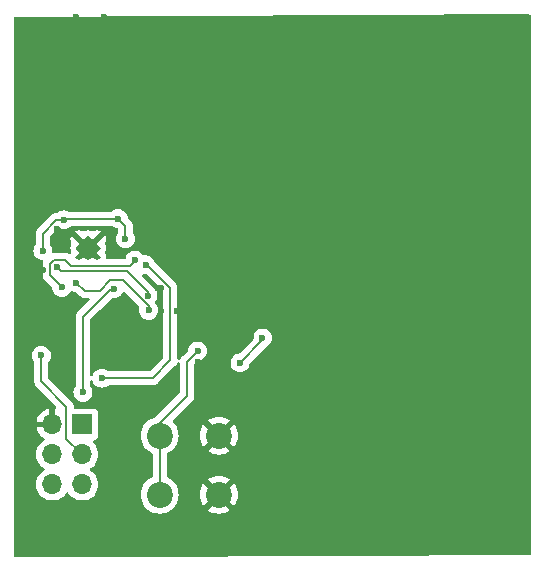
<source format=gbr>
%TF.GenerationSoftware,KiCad,Pcbnew,8.0.4*%
%TF.CreationDate,2024-10-14T16:37:58-05:00*%
%TF.ProjectId,Fob_Design_Files,466f625f-4465-4736-9967-6e5f46696c65,rev?*%
%TF.SameCoordinates,Original*%
%TF.FileFunction,Copper,L2,Bot*%
%TF.FilePolarity,Positive*%
%FSLAX46Y46*%
G04 Gerber Fmt 4.6, Leading zero omitted, Abs format (unit mm)*
G04 Created by KiCad (PCBNEW 8.0.4) date 2024-10-14 16:37:58*
%MOMM*%
%LPD*%
G01*
G04 APERTURE LIST*
%TA.AperFunction,ComponentPad*%
%ADD10C,2.200000*%
%TD*%
%TA.AperFunction,ComponentPad*%
%ADD11C,0.508000*%
%TD*%
%TA.AperFunction,ComponentPad*%
%ADD12R,1.700000X1.700000*%
%TD*%
%TA.AperFunction,ComponentPad*%
%ADD13O,1.700000X1.700000*%
%TD*%
%TA.AperFunction,ViaPad*%
%ADD14C,0.600000*%
%TD*%
%TA.AperFunction,Conductor*%
%ADD15C,0.200000*%
%TD*%
G04 APERTURE END LIST*
D10*
%TO.P,S1,1,COM_1*%
%TO.N,GND*%
X106299000Y-88058000D03*
%TO.P,S1,2,COM_2*%
X106299000Y-83058000D03*
%TO.P,S1,3,NO_1*%
%TO.N,Button*%
X101299000Y-88058000D03*
%TO.P,S1,4,NO_2*%
X101299000Y-83058000D03*
%TD*%
D11*
%TO.P,U2,21,EPAD*%
%TO.N,GND*%
X94456250Y-67978401D03*
X95243650Y-67941001D03*
X95993650Y-67941001D03*
X94493650Y-67191001D03*
X95243650Y-67191001D03*
X95993650Y-67191001D03*
X94493650Y-66441001D03*
X95243650Y-66441001D03*
X95993650Y-66441001D03*
%TD*%
D12*
%TO.P,J1,1,Pin_1*%
%TO.N,VDD*%
X94740000Y-82120000D03*
D13*
%TO.P,J1,2,Pin_2*%
%TO.N,GND*%
X92200000Y-82120000D03*
%TO.P,J1,3,Pin_3*%
%TO.N,SWDIO*%
X94740000Y-84660000D03*
%TO.P,J1,4,Pin_4*%
%TO.N,USART_RX*%
X92200000Y-84660000D03*
%TO.P,J1,5,Pin_5*%
%TO.N,SWCLK*%
X94740000Y-87200000D03*
%TO.P,J1,6,Pin_6*%
%TO.N,USART_TX*%
X92200000Y-87200000D03*
%TD*%
D14*
%TO.N,USART_RX*%
X97400000Y-70624265D03*
X94800000Y-79400000D03*
%TO.N,SWDIO*%
X91275735Y-76275735D03*
%TO.N,VDD*%
X93200000Y-64800000D03*
%TO.N,GND*%
X93500000Y-60500000D03*
X94200000Y-56900000D03*
X96600000Y-55300000D03*
X104500000Y-76800000D03*
X101400000Y-70600000D03*
X121920000Y-60325000D03*
X123200000Y-61100000D03*
X105600000Y-68000000D03*
X91400000Y-69000000D03*
X110400000Y-69100000D03*
X121900000Y-61100000D03*
X100400000Y-62400000D03*
X91700000Y-63400000D03*
X100800000Y-63600000D03*
X100900000Y-66000000D03*
X103200000Y-76100000D03*
X94200000Y-47600000D03*
X120700000Y-59500000D03*
X109000000Y-74700000D03*
X121900000Y-59500000D03*
X94200000Y-49600000D03*
X94200000Y-52500000D03*
X103400000Y-62400000D03*
X101400000Y-72500000D03*
X123200000Y-60300000D03*
X120700000Y-61100000D03*
X102800000Y-72500000D03*
X94200000Y-59000000D03*
X97400000Y-62400000D03*
X105800000Y-72600000D03*
X97400000Y-60800000D03*
X105600000Y-69800000D03*
X98900000Y-62400000D03*
X94200000Y-54400000D03*
X92600000Y-65600000D03*
X96600000Y-53400000D03*
X123200000Y-59500000D03*
X105300000Y-64100000D03*
X96600000Y-51500000D03*
X100000000Y-74500000D03*
X93900000Y-51000000D03*
X93900000Y-55600000D03*
X110800000Y-78400000D03*
X105000000Y-62400000D03*
X96600000Y-59200000D03*
X96600000Y-47600000D03*
X102598000Y-63627000D03*
X96600000Y-57300000D03*
X96600000Y-49600000D03*
X93100000Y-63600000D03*
X93500000Y-62300000D03*
X101900000Y-62400000D03*
X120700000Y-60300000D03*
%TO.N,VDD*%
X98400000Y-66400000D03*
X97792385Y-64692385D03*
X91400000Y-67400000D03*
%TO.N,Net-(U1-OUT)*%
X110000000Y-74800000D03*
X108100000Y-76900000D03*
%TO.N,SPI_MOSI*%
X100300000Y-71200000D03*
X92600000Y-68800000D03*
%TO.N,GDO0*%
X100100000Y-68600000D03*
X96400000Y-78200000D03*
%TO.N,SPI_NSS*%
X93000000Y-70500000D03*
X99200000Y-68200000D03*
%TO.N,SPI_SCLK*%
X94243649Y-70100000D03*
X100348902Y-72448902D03*
%TO.N,Button*%
X104500000Y-75900000D03*
%TD*%
D15*
%TO.N,USART_RX*%
X94800000Y-73000000D02*
X94800000Y-79400000D01*
X97400000Y-70624265D02*
X97175735Y-70624265D01*
X97175735Y-70624265D02*
X94800000Y-73000000D01*
%TO.N,GDO0*%
X102200000Y-70551471D02*
X100248529Y-68600000D01*
X102200000Y-76700000D02*
X102200000Y-70551471D01*
X100248529Y-68600000D02*
X100100000Y-68600000D01*
X100700000Y-78200000D02*
X102200000Y-76700000D01*
X96400000Y-78200000D02*
X100700000Y-78200000D01*
%TO.N,SWDIO*%
X93400000Y-83320000D02*
X94740000Y-84660000D01*
X93400000Y-80600000D02*
X93400000Y-83320000D01*
X91275735Y-76275735D02*
X91275735Y-78475735D01*
X91275735Y-78475735D02*
X93400000Y-80600000D01*
%TO.N,VDD*%
X98400000Y-65300000D02*
X97792385Y-64692385D01*
X98400000Y-66400000D02*
X98400000Y-65300000D01*
X93307615Y-64692385D02*
X93200000Y-64800000D01*
X97792385Y-64692385D02*
X93307615Y-64692385D01*
X92551471Y-64800000D02*
X91400000Y-65951471D01*
X91400000Y-65951471D02*
X91400000Y-67400000D01*
X93200000Y-64800000D02*
X92551471Y-64800000D01*
%TO.N,Net-(U1-OUT)*%
X108100000Y-76900000D02*
X110000000Y-75000000D01*
X110000000Y-75000000D02*
X110000000Y-74800000D01*
%TO.N,SPI_MOSI*%
X92900000Y-69100000D02*
X92600000Y-68800000D01*
X100300000Y-70900000D02*
X98500000Y-69100000D01*
X100300000Y-71200000D02*
X100300000Y-70900000D01*
X98500000Y-69100000D02*
X92900000Y-69100000D01*
%TO.N,SPI_NSS*%
X92000000Y-68551471D02*
X92000000Y-69500000D01*
X98800000Y-68700000D02*
X93800000Y-68700000D01*
X93300000Y-68200000D02*
X92351471Y-68200000D01*
X92000000Y-69500000D02*
X93000000Y-70500000D01*
X99200000Y-68200000D02*
X99200000Y-68300000D01*
X92351471Y-68200000D02*
X92000000Y-68551471D01*
X93800000Y-68700000D02*
X93300000Y-68200000D01*
X99200000Y-68300000D02*
X98800000Y-68700000D01*
%TO.N,SPI_SCLK*%
X94243649Y-70100000D02*
X94943649Y-70800000D01*
X98151471Y-69900000D02*
X100348902Y-72097431D01*
X97100000Y-69900000D02*
X98151471Y-69900000D01*
X94943649Y-70800000D02*
X96200000Y-70800000D01*
X100348902Y-72097431D02*
X100348902Y-72448902D01*
X96200000Y-70800000D02*
X97100000Y-69900000D01*
%TO.N,Button*%
X101299000Y-83058000D02*
X101299000Y-82001000D01*
X101299000Y-82001000D02*
X103600000Y-79700000D01*
X103600000Y-76800000D02*
X104500000Y-75900000D01*
X103600000Y-79700000D02*
X103600000Y-76800000D01*
X101299000Y-88058000D02*
X101299000Y-83058000D01*
%TD*%
%TA.AperFunction,Conductor*%
%TO.N,GND*%
G36*
X99950411Y-69388711D02*
G01*
X100099997Y-69405565D01*
X100099998Y-69405565D01*
X100099998Y-69405564D01*
X100100000Y-69405565D01*
X100134899Y-69401632D01*
X100203720Y-69413685D01*
X100236465Y-69437171D01*
X101563181Y-70763887D01*
X101596666Y-70825210D01*
X101599500Y-70851568D01*
X101599500Y-76399903D01*
X101579815Y-76466942D01*
X101563181Y-76487584D01*
X100487584Y-77563181D01*
X100426261Y-77596666D01*
X100399903Y-77599500D01*
X96982412Y-77599500D01*
X96915373Y-77579815D01*
X96905097Y-77572445D01*
X96902263Y-77570185D01*
X96902262Y-77570184D01*
X96838015Y-77529815D01*
X96749523Y-77474211D01*
X96579254Y-77414631D01*
X96579249Y-77414630D01*
X96400004Y-77394435D01*
X96399996Y-77394435D01*
X96220750Y-77414630D01*
X96220745Y-77414631D01*
X96050476Y-77474211D01*
X95897737Y-77570184D01*
X95770184Y-77697737D01*
X95674209Y-77850480D01*
X95641541Y-77943840D01*
X95600820Y-78000616D01*
X95535867Y-78026363D01*
X95467305Y-78012907D01*
X95416903Y-77964519D01*
X95400500Y-77902885D01*
X95400500Y-73300097D01*
X95420185Y-73233058D01*
X95436819Y-73212416D01*
X96200337Y-72448898D01*
X97195469Y-71453765D01*
X97256790Y-71420282D01*
X97297032Y-71418228D01*
X97399998Y-71429830D01*
X97400000Y-71429830D01*
X97400004Y-71429830D01*
X97579249Y-71409634D01*
X97579252Y-71409633D01*
X97579255Y-71409633D01*
X97749522Y-71350054D01*
X97902262Y-71254081D01*
X98029816Y-71126527D01*
X98125789Y-70973787D01*
X98125789Y-70973784D01*
X98125792Y-70973781D01*
X98128812Y-70967512D01*
X98130156Y-70968159D01*
X98166195Y-70917912D01*
X98231147Y-70892164D01*
X98299709Y-70905620D01*
X98330197Y-70927961D01*
X99536525Y-72134290D01*
X99570010Y-72195613D01*
X99565886Y-72262925D01*
X99563533Y-72269649D01*
X99543337Y-72448898D01*
X99543337Y-72448905D01*
X99563532Y-72628151D01*
X99563533Y-72628156D01*
X99623113Y-72798425D01*
X99700097Y-72920943D01*
X99719086Y-72951164D01*
X99846640Y-73078718D01*
X99999380Y-73174691D01*
X100107192Y-73212416D01*
X100169647Y-73234270D01*
X100169652Y-73234271D01*
X100348898Y-73254467D01*
X100348902Y-73254467D01*
X100348906Y-73254467D01*
X100528151Y-73234271D01*
X100528154Y-73234270D01*
X100528157Y-73234270D01*
X100698424Y-73174691D01*
X100851164Y-73078718D01*
X100978718Y-72951164D01*
X101074691Y-72798424D01*
X101134270Y-72628157D01*
X101154467Y-72448902D01*
X101134270Y-72269647D01*
X101074691Y-72099380D01*
X100978718Y-71946640D01*
X100933524Y-71901446D01*
X100913817Y-71871950D01*
X100912543Y-71872686D01*
X100904060Y-71857993D01*
X100887587Y-71790093D01*
X100910440Y-71724066D01*
X100923770Y-71708308D01*
X100924230Y-71707847D01*
X100929816Y-71702262D01*
X101025789Y-71549522D01*
X101085368Y-71379255D01*
X101087585Y-71359577D01*
X101105565Y-71200003D01*
X101105565Y-71199996D01*
X101085369Y-71020750D01*
X101085368Y-71020745D01*
X101025789Y-70850478D01*
X101025188Y-70849522D01*
X100929815Y-70697737D01*
X100815502Y-70583424D01*
X100795795Y-70557742D01*
X100790872Y-70549215D01*
X100780520Y-70531284D01*
X100668716Y-70419480D01*
X100668715Y-70419479D01*
X100664385Y-70415149D01*
X100664374Y-70415139D01*
X99848847Y-69599612D01*
X99815362Y-69538289D01*
X99820346Y-69468597D01*
X99862218Y-69412664D01*
X99927682Y-69388247D01*
X99950411Y-69388711D01*
G37*
%TD.AperFunction*%
%TA.AperFunction,Conductor*%
G36*
X132658069Y-47421225D02*
G01*
X132704061Y-47473822D01*
X132715500Y-47525841D01*
X132715500Y-93077838D01*
X132695815Y-93144877D01*
X132643011Y-93190632D01*
X132592059Y-93201837D01*
X98479222Y-93355499D01*
X98478663Y-93355500D01*
X89098500Y-93355500D01*
X89031461Y-93335815D01*
X88985706Y-93283011D01*
X88974500Y-93231500D01*
X88974500Y-76275731D01*
X90470170Y-76275731D01*
X90470170Y-76275738D01*
X90490365Y-76454984D01*
X90490366Y-76454989D01*
X90549946Y-76625258D01*
X90645920Y-76777998D01*
X90648180Y-76780832D01*
X90649069Y-76783010D01*
X90649624Y-76783893D01*
X90649469Y-76783990D01*
X90674590Y-76845518D01*
X90675235Y-76858147D01*
X90675235Y-78389065D01*
X90675234Y-78389083D01*
X90675234Y-78554789D01*
X90675233Y-78554789D01*
X90716158Y-78707520D01*
X90745093Y-78757635D01*
X90745094Y-78757639D01*
X90745095Y-78757639D01*
X90786764Y-78829814D01*
X90795214Y-78844449D01*
X90795216Y-78844452D01*
X90914084Y-78963320D01*
X90914090Y-78963325D01*
X92519092Y-80568327D01*
X92552577Y-80629650D01*
X92547593Y-80699342D01*
X92505721Y-80755275D01*
X92483742Y-80763472D01*
X92450000Y-80789364D01*
X92450000Y-81686988D01*
X92392993Y-81654075D01*
X92265826Y-81620000D01*
X92134174Y-81620000D01*
X92007007Y-81654075D01*
X91950000Y-81686988D01*
X91950000Y-80789364D01*
X91949999Y-80789364D01*
X91736513Y-80846567D01*
X91736507Y-80846570D01*
X91522422Y-80946399D01*
X91522420Y-80946400D01*
X91328926Y-81081886D01*
X91328920Y-81081891D01*
X91161891Y-81248920D01*
X91161886Y-81248926D01*
X91026400Y-81442420D01*
X91026399Y-81442422D01*
X90926570Y-81656507D01*
X90926567Y-81656513D01*
X90869364Y-81869999D01*
X90869364Y-81870000D01*
X91766988Y-81870000D01*
X91734075Y-81927007D01*
X91700000Y-82054174D01*
X91700000Y-82185826D01*
X91734075Y-82312993D01*
X91766988Y-82370000D01*
X90869364Y-82370000D01*
X90926567Y-82583486D01*
X90926570Y-82583492D01*
X91026399Y-82797578D01*
X91161894Y-82991082D01*
X91328917Y-83158105D01*
X91514595Y-83288119D01*
X91558219Y-83342696D01*
X91565412Y-83412195D01*
X91533890Y-83474549D01*
X91514595Y-83491269D01*
X91328594Y-83621508D01*
X91161505Y-83788597D01*
X91025965Y-83982169D01*
X91025964Y-83982171D01*
X90926098Y-84196335D01*
X90926094Y-84196344D01*
X90864938Y-84424586D01*
X90864936Y-84424596D01*
X90844341Y-84659999D01*
X90844341Y-84660000D01*
X90864936Y-84895403D01*
X90864938Y-84895413D01*
X90926094Y-85123655D01*
X90926096Y-85123659D01*
X90926097Y-85123663D01*
X90930000Y-85132032D01*
X91025965Y-85337830D01*
X91025967Y-85337834D01*
X91134281Y-85492521D01*
X91161501Y-85531396D01*
X91161506Y-85531402D01*
X91328597Y-85698493D01*
X91328603Y-85698498D01*
X91514158Y-85828425D01*
X91557783Y-85883002D01*
X91564977Y-85952500D01*
X91533454Y-86014855D01*
X91514158Y-86031575D01*
X91328597Y-86161505D01*
X91161505Y-86328597D01*
X91025965Y-86522169D01*
X91025964Y-86522171D01*
X90926098Y-86736335D01*
X90926094Y-86736344D01*
X90864938Y-86964586D01*
X90864936Y-86964596D01*
X90844341Y-87199999D01*
X90844341Y-87200000D01*
X90864936Y-87435403D01*
X90864938Y-87435413D01*
X90926094Y-87663655D01*
X90926096Y-87663659D01*
X90926097Y-87663663D01*
X90992867Y-87806852D01*
X91025965Y-87877830D01*
X91025967Y-87877834D01*
X91101420Y-87985591D01*
X91161505Y-88071401D01*
X91328599Y-88238495D01*
X91374010Y-88270292D01*
X91522165Y-88374032D01*
X91522167Y-88374033D01*
X91522170Y-88374035D01*
X91736337Y-88473903D01*
X91964592Y-88535063D01*
X92152918Y-88551539D01*
X92199999Y-88555659D01*
X92200000Y-88555659D01*
X92200001Y-88555659D01*
X92239234Y-88552226D01*
X92435408Y-88535063D01*
X92663663Y-88473903D01*
X92877830Y-88374035D01*
X93071401Y-88238495D01*
X93238495Y-88071401D01*
X93368425Y-87885842D01*
X93423002Y-87842217D01*
X93492500Y-87835023D01*
X93554855Y-87866546D01*
X93571575Y-87885842D01*
X93701500Y-88071395D01*
X93701505Y-88071401D01*
X93868599Y-88238495D01*
X93914010Y-88270292D01*
X94062165Y-88374032D01*
X94062167Y-88374033D01*
X94062170Y-88374035D01*
X94276337Y-88473903D01*
X94504592Y-88535063D01*
X94692918Y-88551539D01*
X94739999Y-88555659D01*
X94740000Y-88555659D01*
X94740001Y-88555659D01*
X94779234Y-88552226D01*
X94975408Y-88535063D01*
X95203663Y-88473903D01*
X95417830Y-88374035D01*
X95611401Y-88238495D01*
X95778495Y-88071401D01*
X95914035Y-87877830D01*
X96013903Y-87663663D01*
X96075063Y-87435408D01*
X96095659Y-87200000D01*
X96075063Y-86964592D01*
X96013903Y-86736337D01*
X95914035Y-86522171D01*
X95908425Y-86514158D01*
X95778494Y-86328597D01*
X95611402Y-86161506D01*
X95611396Y-86161501D01*
X95425842Y-86031575D01*
X95382217Y-85976998D01*
X95375023Y-85907500D01*
X95406546Y-85845145D01*
X95425842Y-85828425D01*
X95448026Y-85812891D01*
X95611401Y-85698495D01*
X95778495Y-85531401D01*
X95914035Y-85337830D01*
X96013903Y-85123663D01*
X96075063Y-84895408D01*
X96095659Y-84660000D01*
X96075063Y-84424592D01*
X96013903Y-84196337D01*
X95914035Y-83982171D01*
X95778495Y-83788599D01*
X95656567Y-83666671D01*
X95623084Y-83605351D01*
X95628068Y-83535659D01*
X95669939Y-83479725D01*
X95700915Y-83462810D01*
X95832331Y-83413796D01*
X95947546Y-83327546D01*
X96033796Y-83212331D01*
X96084091Y-83077483D01*
X96090500Y-83017873D01*
X96090499Y-81222128D01*
X96084091Y-81162517D01*
X96054019Y-81081891D01*
X96033797Y-81027671D01*
X96033793Y-81027664D01*
X95947547Y-80912455D01*
X95947544Y-80912452D01*
X95832335Y-80826206D01*
X95832328Y-80826202D01*
X95697482Y-80775908D01*
X95697483Y-80775908D01*
X95637883Y-80769501D01*
X95637881Y-80769500D01*
X95637873Y-80769500D01*
X95637865Y-80769500D01*
X94124500Y-80769500D01*
X94057461Y-80749815D01*
X94011706Y-80697011D01*
X94000500Y-80645500D01*
X94000500Y-80520945D01*
X94000500Y-80520943D01*
X93959577Y-80368216D01*
X93959573Y-80368209D01*
X93880524Y-80231290D01*
X93880521Y-80231286D01*
X93880520Y-80231284D01*
X93768716Y-80119480D01*
X93768715Y-80119479D01*
X93764385Y-80115149D01*
X93764374Y-80115139D01*
X91912554Y-78263319D01*
X91879069Y-78201996D01*
X91876235Y-78175638D01*
X91876235Y-76858147D01*
X91895920Y-76791108D01*
X91903290Y-76780832D01*
X91905545Y-76778002D01*
X91905551Y-76777997D01*
X92001524Y-76625257D01*
X92061103Y-76454990D01*
X92061523Y-76451265D01*
X92081300Y-76275738D01*
X92081300Y-76275731D01*
X92061104Y-76096485D01*
X92061103Y-76096480D01*
X92001523Y-75926211D01*
X91905550Y-75773472D01*
X91777997Y-75645919D01*
X91625258Y-75549946D01*
X91454989Y-75490366D01*
X91454984Y-75490365D01*
X91275739Y-75470170D01*
X91275731Y-75470170D01*
X91096485Y-75490365D01*
X91096480Y-75490366D01*
X90926211Y-75549946D01*
X90773472Y-75645919D01*
X90645919Y-75773472D01*
X90549946Y-75926211D01*
X90490366Y-76096480D01*
X90490365Y-76096485D01*
X90470170Y-76275731D01*
X88974500Y-76275731D01*
X88974500Y-67399996D01*
X90594435Y-67399996D01*
X90594435Y-67400003D01*
X90614630Y-67579249D01*
X90614631Y-67579254D01*
X90674211Y-67749523D01*
X90749322Y-67869061D01*
X90770184Y-67902262D01*
X90897738Y-68029816D01*
X90950838Y-68063181D01*
X91007808Y-68098978D01*
X91050478Y-68125789D01*
X91220745Y-68185368D01*
X91220750Y-68185369D01*
X91325735Y-68197198D01*
X91390149Y-68224264D01*
X91429705Y-68281859D01*
X91431842Y-68351696D01*
X91431627Y-68352511D01*
X91399499Y-68472414D01*
X91399499Y-68640517D01*
X91399500Y-68640530D01*
X91399500Y-69413330D01*
X91399499Y-69413348D01*
X91399499Y-69579054D01*
X91399498Y-69579054D01*
X91440423Y-69731787D01*
X91451215Y-69750477D01*
X91451218Y-69750481D01*
X91519479Y-69868714D01*
X91519481Y-69868717D01*
X91638349Y-69987585D01*
X91638355Y-69987590D01*
X92169298Y-70518533D01*
X92202783Y-70579856D01*
X92204837Y-70592330D01*
X92214630Y-70679249D01*
X92274210Y-70849521D01*
X92348349Y-70967512D01*
X92370184Y-71002262D01*
X92497738Y-71129816D01*
X92650478Y-71225789D01*
X92731329Y-71254080D01*
X92820745Y-71285368D01*
X92820750Y-71285369D01*
X92999996Y-71305565D01*
X93000000Y-71305565D01*
X93000004Y-71305565D01*
X93179249Y-71285369D01*
X93179252Y-71285368D01*
X93179255Y-71285368D01*
X93349522Y-71225789D01*
X93502262Y-71129816D01*
X93629816Y-71002262D01*
X93718158Y-70861665D01*
X93770492Y-70815376D01*
X93839545Y-70804727D01*
X93889124Y-70822646D01*
X93894124Y-70825787D01*
X93894122Y-70825787D01*
X93894126Y-70825788D01*
X93894127Y-70825789D01*
X94064394Y-70885368D01*
X94151318Y-70895161D01*
X94215729Y-70922226D01*
X94225114Y-70930700D01*
X94458788Y-71164374D01*
X94458798Y-71164385D01*
X94463128Y-71168715D01*
X94463129Y-71168716D01*
X94574933Y-71280520D01*
X94574935Y-71280521D01*
X94574939Y-71280524D01*
X94711858Y-71359573D01*
X94711865Y-71359577D01*
X94823668Y-71389534D01*
X94864591Y-71400500D01*
X94864592Y-71400500D01*
X95250903Y-71400500D01*
X95317942Y-71420185D01*
X95363697Y-71472989D01*
X95373641Y-71542147D01*
X95344616Y-71605703D01*
X95338584Y-71612181D01*
X94431286Y-72519478D01*
X94319481Y-72631282D01*
X94319479Y-72631284D01*
X94299431Y-72666008D01*
X94290958Y-72680686D01*
X94240423Y-72768215D01*
X94199499Y-72920943D01*
X94199499Y-72920945D01*
X94199499Y-73089046D01*
X94199500Y-73089059D01*
X94199500Y-78817587D01*
X94179815Y-78884626D01*
X94172450Y-78894896D01*
X94170186Y-78897734D01*
X94074211Y-79050476D01*
X94014631Y-79220745D01*
X94014630Y-79220750D01*
X93994435Y-79399996D01*
X93994435Y-79400003D01*
X94014630Y-79579249D01*
X94014631Y-79579254D01*
X94074211Y-79749523D01*
X94092768Y-79779056D01*
X94170184Y-79902262D01*
X94297738Y-80029816D01*
X94359636Y-80068709D01*
X94433544Y-80115149D01*
X94450478Y-80125789D01*
X94606890Y-80180520D01*
X94620745Y-80185368D01*
X94620750Y-80185369D01*
X94799996Y-80205565D01*
X94800000Y-80205565D01*
X94800004Y-80205565D01*
X94979249Y-80185369D01*
X94979252Y-80185368D01*
X94979255Y-80185368D01*
X95149522Y-80125789D01*
X95302262Y-80029816D01*
X95429816Y-79902262D01*
X95525789Y-79749522D01*
X95585368Y-79579255D01*
X95605565Y-79400000D01*
X95585368Y-79220745D01*
X95525789Y-79050478D01*
X95429816Y-78897738D01*
X95429814Y-78897736D01*
X95429813Y-78897734D01*
X95427550Y-78894896D01*
X95426659Y-78892715D01*
X95426111Y-78891842D01*
X95426264Y-78891745D01*
X95401144Y-78830209D01*
X95400500Y-78817587D01*
X95400500Y-78497114D01*
X95420185Y-78430075D01*
X95472989Y-78384320D01*
X95542147Y-78374376D01*
X95605703Y-78403401D01*
X95641542Y-78456160D01*
X95674210Y-78549521D01*
X95686271Y-78568716D01*
X95770184Y-78702262D01*
X95897738Y-78829816D01*
X96050478Y-78925789D01*
X96157750Y-78963325D01*
X96220745Y-78985368D01*
X96220750Y-78985369D01*
X96399996Y-79005565D01*
X96400000Y-79005565D01*
X96400004Y-79005565D01*
X96579249Y-78985369D01*
X96579252Y-78985368D01*
X96579255Y-78985368D01*
X96749522Y-78925789D01*
X96902262Y-78829816D01*
X96902267Y-78829810D01*
X96905097Y-78827555D01*
X96907275Y-78826665D01*
X96908158Y-78826111D01*
X96908255Y-78826265D01*
X96969783Y-78801145D01*
X96982412Y-78800500D01*
X100613331Y-78800500D01*
X100613347Y-78800501D01*
X100620943Y-78800501D01*
X100779054Y-78800501D01*
X100779057Y-78800501D01*
X100931785Y-78759577D01*
X100981904Y-78730639D01*
X101068716Y-78680520D01*
X101180520Y-78568716D01*
X101180520Y-78568714D01*
X101190728Y-78558507D01*
X101190730Y-78558504D01*
X102558506Y-77190728D01*
X102558511Y-77190724D01*
X102568714Y-77180520D01*
X102568716Y-77180520D01*
X102680520Y-77068716D01*
X102734079Y-76975948D01*
X102759575Y-76931788D01*
X102760938Y-76928498D01*
X102762831Y-76926148D01*
X102763641Y-76924746D01*
X102763859Y-76924872D01*
X102804778Y-76874093D01*
X102871072Y-76852027D01*
X102938771Y-76869305D01*
X102986383Y-76920441D01*
X102999500Y-76975948D01*
X102999500Y-79399902D01*
X102979815Y-79466941D01*
X102963181Y-79487583D01*
X100981250Y-81469513D01*
X100922517Y-81502406D01*
X100802886Y-81531127D01*
X100570140Y-81627533D01*
X100355346Y-81759160D01*
X100355343Y-81759161D01*
X100163776Y-81922776D01*
X100000161Y-82114343D01*
X100000160Y-82114346D01*
X99868533Y-82329140D01*
X99772126Y-82561889D01*
X99713317Y-82806848D01*
X99693551Y-83058000D01*
X99713317Y-83309151D01*
X99772126Y-83554110D01*
X99868533Y-83786859D01*
X100000160Y-84001653D01*
X100000161Y-84001656D01*
X100000164Y-84001659D01*
X100163776Y-84193224D01*
X100312066Y-84319875D01*
X100355343Y-84356838D01*
X100355346Y-84356839D01*
X100569411Y-84488019D01*
X100570141Y-84488466D01*
X100621953Y-84509927D01*
X100676355Y-84553765D01*
X100698421Y-84620059D01*
X100698500Y-84624487D01*
X100698500Y-86491511D01*
X100678815Y-86558550D01*
X100626011Y-86604305D01*
X100621953Y-86606072D01*
X100570140Y-86627533D01*
X100355346Y-86759160D01*
X100355343Y-86759161D01*
X100163776Y-86922776D01*
X100000161Y-87114343D01*
X100000160Y-87114346D01*
X99868533Y-87329140D01*
X99772126Y-87561889D01*
X99713317Y-87806848D01*
X99693551Y-88058000D01*
X99713317Y-88309151D01*
X99772126Y-88554110D01*
X99868533Y-88786859D01*
X100000160Y-89001653D01*
X100000161Y-89001656D01*
X100000164Y-89001659D01*
X100163776Y-89193224D01*
X100312066Y-89319875D01*
X100355343Y-89356838D01*
X100355346Y-89356839D01*
X100570140Y-89488466D01*
X100801737Y-89584396D01*
X100802889Y-89584873D01*
X101047852Y-89643683D01*
X101299000Y-89663449D01*
X101550148Y-89643683D01*
X101795111Y-89584873D01*
X102027859Y-89488466D01*
X102242659Y-89356836D01*
X102434224Y-89193224D01*
X102597836Y-89001659D01*
X102729466Y-88786859D01*
X102825873Y-88554111D01*
X102884683Y-88309148D01*
X102904449Y-88058000D01*
X104694052Y-88058000D01*
X104713812Y-88309072D01*
X104772603Y-88553956D01*
X104868980Y-88786631D01*
X105000568Y-89001362D01*
X105001266Y-89002179D01*
X105775212Y-88228234D01*
X105786482Y-88270292D01*
X105858890Y-88395708D01*
X105961292Y-88498110D01*
X106086708Y-88570518D01*
X106128765Y-88581787D01*
X105354819Y-89355732D01*
X105354819Y-89355733D01*
X105355634Y-89356429D01*
X105570368Y-89488019D01*
X105803043Y-89584396D01*
X106047927Y-89643187D01*
X106299000Y-89662947D01*
X106550072Y-89643187D01*
X106794956Y-89584396D01*
X107027631Y-89488019D01*
X107242361Y-89356432D01*
X107242363Y-89356430D01*
X107243180Y-89355732D01*
X106469234Y-88581787D01*
X106511292Y-88570518D01*
X106636708Y-88498110D01*
X106739110Y-88395708D01*
X106811518Y-88270292D01*
X106822787Y-88228235D01*
X107596732Y-89002180D01*
X107597430Y-89001363D01*
X107597432Y-89001361D01*
X107729019Y-88786631D01*
X107825396Y-88553956D01*
X107884187Y-88309072D01*
X107903947Y-88058000D01*
X107884187Y-87806927D01*
X107825396Y-87562043D01*
X107729019Y-87329368D01*
X107597429Y-87114634D01*
X107596733Y-87113819D01*
X107596732Y-87113819D01*
X106822787Y-87887764D01*
X106811518Y-87845708D01*
X106739110Y-87720292D01*
X106636708Y-87617890D01*
X106511292Y-87545482D01*
X106469234Y-87534212D01*
X107243179Y-86760266D01*
X107242362Y-86759568D01*
X107027631Y-86627980D01*
X106794956Y-86531603D01*
X106550072Y-86472812D01*
X106299000Y-86453052D01*
X106047927Y-86472812D01*
X105803043Y-86531603D01*
X105570368Y-86627980D01*
X105355637Y-86759567D01*
X105354819Y-86760266D01*
X106128765Y-87534212D01*
X106086708Y-87545482D01*
X105961292Y-87617890D01*
X105858890Y-87720292D01*
X105786482Y-87845708D01*
X105775212Y-87887765D01*
X105001266Y-87113819D01*
X105000567Y-87114637D01*
X104868980Y-87329368D01*
X104772603Y-87562043D01*
X104713812Y-87806927D01*
X104694052Y-88058000D01*
X102904449Y-88058000D01*
X102884683Y-87806852D01*
X102825873Y-87561889D01*
X102729466Y-87329141D01*
X102729466Y-87329140D01*
X102598017Y-87114637D01*
X102597838Y-87114345D01*
X102597838Y-87114343D01*
X102560875Y-87071066D01*
X102434224Y-86922776D01*
X102307571Y-86814604D01*
X102242656Y-86759161D01*
X102242653Y-86759160D01*
X102027858Y-86627533D01*
X102027859Y-86627533D01*
X101976047Y-86606072D01*
X101921643Y-86562230D01*
X101899579Y-86495936D01*
X101899500Y-86491511D01*
X101899500Y-84624487D01*
X101919185Y-84557448D01*
X101971989Y-84511693D01*
X101976002Y-84509945D01*
X102027859Y-84488466D01*
X102242659Y-84356836D01*
X102434224Y-84193224D01*
X102597836Y-84001659D01*
X102729466Y-83786859D01*
X102825873Y-83554111D01*
X102884683Y-83309148D01*
X102904449Y-83058000D01*
X104694052Y-83058000D01*
X104713812Y-83309072D01*
X104772603Y-83553956D01*
X104868980Y-83786631D01*
X105000568Y-84001362D01*
X105001266Y-84002179D01*
X105775212Y-83228234D01*
X105786482Y-83270292D01*
X105858890Y-83395708D01*
X105961292Y-83498110D01*
X106086708Y-83570518D01*
X106128765Y-83581787D01*
X105354819Y-84355732D01*
X105354819Y-84355733D01*
X105355634Y-84356429D01*
X105570368Y-84488019D01*
X105803043Y-84584396D01*
X106047927Y-84643187D01*
X106299000Y-84662947D01*
X106550072Y-84643187D01*
X106794956Y-84584396D01*
X107027631Y-84488019D01*
X107242361Y-84356432D01*
X107242363Y-84356430D01*
X107243180Y-84355732D01*
X106469234Y-83581787D01*
X106511292Y-83570518D01*
X106636708Y-83498110D01*
X106739110Y-83395708D01*
X106811518Y-83270292D01*
X106822787Y-83228235D01*
X107596732Y-84002180D01*
X107597430Y-84001363D01*
X107597432Y-84001361D01*
X107729019Y-83786631D01*
X107825396Y-83553956D01*
X107884187Y-83309072D01*
X107903947Y-83058000D01*
X107884187Y-82806927D01*
X107825396Y-82562043D01*
X107729019Y-82329368D01*
X107597429Y-82114634D01*
X107596733Y-82113819D01*
X107596732Y-82113819D01*
X106822787Y-82887764D01*
X106811518Y-82845708D01*
X106739110Y-82720292D01*
X106636708Y-82617890D01*
X106511292Y-82545482D01*
X106469234Y-82534212D01*
X107243179Y-81760266D01*
X107242362Y-81759568D01*
X107027631Y-81627980D01*
X106794956Y-81531603D01*
X106550072Y-81472812D01*
X106299000Y-81453052D01*
X106047927Y-81472812D01*
X105803043Y-81531603D01*
X105570368Y-81627980D01*
X105355637Y-81759567D01*
X105354819Y-81760266D01*
X106128765Y-82534212D01*
X106086708Y-82545482D01*
X105961292Y-82617890D01*
X105858890Y-82720292D01*
X105786482Y-82845708D01*
X105775212Y-82887765D01*
X105001266Y-82113819D01*
X105000567Y-82114637D01*
X104868980Y-82329368D01*
X104772603Y-82562043D01*
X104713812Y-82806927D01*
X104694052Y-83058000D01*
X102904449Y-83058000D01*
X102884683Y-82806852D01*
X102825873Y-82561889D01*
X102803552Y-82508000D01*
X102729466Y-82329140D01*
X102598017Y-82114637D01*
X102597838Y-82114345D01*
X102597838Y-82114343D01*
X102434224Y-81922776D01*
X102424163Y-81914183D01*
X102385973Y-81855674D01*
X102385477Y-81785807D01*
X102417016Y-81732217D01*
X103958506Y-80190728D01*
X103958511Y-80190724D01*
X103968714Y-80180520D01*
X103968716Y-80180520D01*
X104080520Y-80068716D01*
X104159577Y-79931784D01*
X104200500Y-79779057D01*
X104200500Y-77100096D01*
X104220185Y-77033057D01*
X104236815Y-77012419D01*
X104349238Y-76899996D01*
X107294435Y-76899996D01*
X107294435Y-76900003D01*
X107314630Y-77079249D01*
X107314631Y-77079254D01*
X107374211Y-77249523D01*
X107465266Y-77394435D01*
X107470184Y-77402262D01*
X107597738Y-77529816D01*
X107750478Y-77625789D01*
X107920745Y-77685368D01*
X107920750Y-77685369D01*
X108099996Y-77705565D01*
X108100000Y-77705565D01*
X108100004Y-77705565D01*
X108279249Y-77685369D01*
X108279252Y-77685368D01*
X108279255Y-77685368D01*
X108449522Y-77625789D01*
X108602262Y-77529816D01*
X108729816Y-77402262D01*
X108825789Y-77249522D01*
X108885368Y-77079255D01*
X108895161Y-76992329D01*
X108922226Y-76927918D01*
X108930690Y-76918543D01*
X110289399Y-75559835D01*
X110336124Y-75530476D01*
X110349522Y-75525789D01*
X110502262Y-75429816D01*
X110629816Y-75302262D01*
X110725789Y-75149522D01*
X110785368Y-74979255D01*
X110805565Y-74800000D01*
X110785368Y-74620745D01*
X110725789Y-74450478D01*
X110629816Y-74297738D01*
X110502262Y-74170184D01*
X110349523Y-74074211D01*
X110179254Y-74014631D01*
X110179249Y-74014630D01*
X110000004Y-73994435D01*
X109999996Y-73994435D01*
X109820750Y-74014630D01*
X109820745Y-74014631D01*
X109650476Y-74074211D01*
X109497737Y-74170184D01*
X109370184Y-74297737D01*
X109274211Y-74450476D01*
X109214631Y-74620745D01*
X109214630Y-74620750D01*
X109194435Y-74799996D01*
X109194435Y-74800002D01*
X109203579Y-74881157D01*
X109191525Y-74949979D01*
X109168040Y-74982722D01*
X108081465Y-76069298D01*
X108020142Y-76102783D01*
X108007668Y-76104837D01*
X107920750Y-76114630D01*
X107750478Y-76174210D01*
X107597737Y-76270184D01*
X107470184Y-76397737D01*
X107374211Y-76550476D01*
X107314631Y-76720745D01*
X107314630Y-76720750D01*
X107294435Y-76899996D01*
X104349238Y-76899996D01*
X104518535Y-76730698D01*
X104579856Y-76697215D01*
X104592311Y-76695163D01*
X104679255Y-76685368D01*
X104849522Y-76625789D01*
X105002262Y-76529816D01*
X105129816Y-76402262D01*
X105225789Y-76249522D01*
X105285368Y-76079255D01*
X105305565Y-75900000D01*
X105302419Y-75872082D01*
X105285369Y-75720750D01*
X105285368Y-75720745D01*
X105225788Y-75550476D01*
X105129815Y-75397737D01*
X105002262Y-75270184D01*
X104849523Y-75174211D01*
X104679254Y-75114631D01*
X104679249Y-75114630D01*
X104500004Y-75094435D01*
X104499996Y-75094435D01*
X104320750Y-75114630D01*
X104320745Y-75114631D01*
X104150476Y-75174211D01*
X103997737Y-75270184D01*
X103870184Y-75397737D01*
X103774210Y-75550478D01*
X103714630Y-75720750D01*
X103704837Y-75807668D01*
X103677770Y-75872082D01*
X103669298Y-75881465D01*
X103231286Y-76319478D01*
X103119481Y-76431282D01*
X103119475Y-76431290D01*
X103072477Y-76512695D01*
X103072477Y-76512696D01*
X103065922Y-76524050D01*
X103040421Y-76568217D01*
X103039062Y-76571500D01*
X103037172Y-76573844D01*
X103036359Y-76575254D01*
X103036139Y-76575127D01*
X102995222Y-76625905D01*
X102928928Y-76647971D01*
X102861229Y-76630693D01*
X102813617Y-76579557D01*
X102800500Y-76524050D01*
X102800500Y-70640531D01*
X102800501Y-70640518D01*
X102800501Y-70472415D01*
X102786317Y-70419480D01*
X102759577Y-70319687D01*
X102690188Y-70199500D01*
X102680524Y-70182761D01*
X102680518Y-70182753D01*
X100887542Y-68389778D01*
X100858181Y-68343051D01*
X100850005Y-68319686D01*
X100825789Y-68250478D01*
X100729816Y-68097738D01*
X100602262Y-67970184D01*
X100555816Y-67941000D01*
X100449523Y-67874211D01*
X100279254Y-67814631D01*
X100279249Y-67814630D01*
X100100004Y-67794435D01*
X100099996Y-67794435D01*
X99981844Y-67807747D01*
X99913022Y-67795692D01*
X99862967Y-67750498D01*
X99829816Y-67697738D01*
X99702262Y-67570184D01*
X99661471Y-67544553D01*
X99549523Y-67474211D01*
X99379254Y-67414631D01*
X99379249Y-67414630D01*
X99200004Y-67394435D01*
X99199996Y-67394435D01*
X99020750Y-67414630D01*
X99020745Y-67414631D01*
X98850476Y-67474211D01*
X98697737Y-67570184D01*
X98570184Y-67697737D01*
X98474211Y-67850477D01*
X98416133Y-68016455D01*
X98375411Y-68073231D01*
X98310458Y-68098978D01*
X98299091Y-68099500D01*
X96873318Y-68099500D01*
X96806279Y-68079815D01*
X96760524Y-68027011D01*
X96750098Y-67961614D01*
X96752421Y-67941000D01*
X96752421Y-67940997D01*
X96733398Y-67772166D01*
X96675589Y-67606956D01*
X96672028Y-67537177D01*
X96675589Y-67525046D01*
X96733398Y-67359835D01*
X96752421Y-67191004D01*
X96752421Y-67190997D01*
X96733398Y-67022166D01*
X96675589Y-66856956D01*
X96672028Y-66787177D01*
X96675589Y-66775046D01*
X96733398Y-66609835D01*
X96752421Y-66441004D01*
X96752421Y-66440997D01*
X96733398Y-66272166D01*
X96677276Y-66111780D01*
X96676947Y-66111256D01*
X95996735Y-66791469D01*
X95989670Y-66795326D01*
X95983216Y-66804986D01*
X95972203Y-66815998D01*
X95972203Y-66816000D01*
X95983991Y-66827788D01*
X95983994Y-66827792D01*
X96259521Y-67103319D01*
X96293006Y-67164642D01*
X96288022Y-67234334D01*
X96259521Y-67278681D01*
X95996733Y-67541469D01*
X95989673Y-67545323D01*
X95983221Y-67554980D01*
X95972203Y-67565998D01*
X95972203Y-67566001D01*
X95973330Y-67567128D01*
X95973333Y-67567132D01*
X96259521Y-67853320D01*
X96293006Y-67914643D01*
X96288022Y-67984335D01*
X96259523Y-68028681D01*
X96225025Y-68063180D01*
X96163702Y-68096666D01*
X96137342Y-68099500D01*
X95849958Y-68099500D01*
X95782919Y-68079815D01*
X95762276Y-68063181D01*
X95621021Y-67921925D01*
X95618650Y-67919554D01*
X95618647Y-67919554D01*
X95607629Y-67930572D01*
X95601947Y-67934368D01*
X95594119Y-67944084D01*
X95475023Y-68063181D01*
X95413700Y-68096666D01*
X95387341Y-68099500D01*
X95099958Y-68099500D01*
X95032919Y-68079815D01*
X95012277Y-68063181D01*
X94868651Y-67919554D01*
X94868648Y-67919554D01*
X94857632Y-67930570D01*
X94851947Y-67934368D01*
X94844119Y-67944084D01*
X94725024Y-68063181D01*
X94663701Y-68096666D01*
X94637342Y-68099500D01*
X94495758Y-68099500D01*
X94528190Y-68086066D01*
X94563915Y-68050341D01*
X94583250Y-68003663D01*
X94583250Y-67953139D01*
X94567758Y-67915739D01*
X95116650Y-67915739D01*
X95116650Y-67966263D01*
X95135985Y-68012941D01*
X95171710Y-68048666D01*
X95218388Y-68068001D01*
X95268912Y-68068001D01*
X95315590Y-68048666D01*
X95351315Y-68012941D01*
X95370650Y-67966263D01*
X95370650Y-67915739D01*
X95866650Y-67915739D01*
X95866650Y-67966263D01*
X95885985Y-68012941D01*
X95921710Y-68048666D01*
X95968388Y-68068001D01*
X96018912Y-68068001D01*
X96065590Y-68048666D01*
X96101315Y-68012941D01*
X96120650Y-67966263D01*
X96120650Y-67915739D01*
X96101315Y-67869061D01*
X96065590Y-67833336D01*
X96018912Y-67814001D01*
X95968388Y-67814001D01*
X95921710Y-67833336D01*
X95885985Y-67869061D01*
X95866650Y-67915739D01*
X95370650Y-67915739D01*
X95351315Y-67869061D01*
X95315590Y-67833336D01*
X95268912Y-67814001D01*
X95218388Y-67814001D01*
X95171710Y-67833336D01*
X95135985Y-67869061D01*
X95116650Y-67915739D01*
X94567758Y-67915739D01*
X94563915Y-67906461D01*
X94528190Y-67870736D01*
X94481512Y-67851401D01*
X94430988Y-67851401D01*
X94384310Y-67870736D01*
X94348585Y-67906461D01*
X94329250Y-67953139D01*
X94329250Y-68003663D01*
X94348585Y-68050341D01*
X94384310Y-68086066D01*
X94416742Y-68099500D01*
X94280960Y-68099500D01*
X94213921Y-68079815D01*
X94168166Y-68027011D01*
X94158222Y-67957853D01*
X94187247Y-67894297D01*
X94193279Y-67887819D01*
X94515096Y-67566001D01*
X94515096Y-67566000D01*
X94515095Y-67565999D01*
X95222202Y-67565999D01*
X95222202Y-67566000D01*
X95243650Y-67587446D01*
X95253308Y-67577789D01*
X95265096Y-67566001D01*
X95265096Y-67566000D01*
X95243650Y-67544554D01*
X95241087Y-67544553D01*
X95239668Y-67545328D01*
X95233215Y-67554987D01*
X95222202Y-67565999D01*
X94515095Y-67565999D01*
X94227778Y-67278682D01*
X94194293Y-67217359D01*
X94197985Y-67165739D01*
X94366650Y-67165739D01*
X94366650Y-67216263D01*
X94385985Y-67262941D01*
X94421710Y-67298666D01*
X94468388Y-67318001D01*
X94518912Y-67318001D01*
X94565590Y-67298666D01*
X94601315Y-67262941D01*
X94620650Y-67216263D01*
X94620650Y-67190258D01*
X94847202Y-67190258D01*
X94847202Y-67191000D01*
X94868649Y-67212446D01*
X94890095Y-67191001D01*
X94868650Y-67169554D01*
X94868647Y-67169554D01*
X94857638Y-67180564D01*
X94851954Y-67184362D01*
X94847202Y-67190258D01*
X94620650Y-67190258D01*
X94620650Y-67165739D01*
X95116650Y-67165739D01*
X95116650Y-67216263D01*
X95135985Y-67262941D01*
X95171710Y-67298666D01*
X95218388Y-67318001D01*
X95268912Y-67318001D01*
X95315590Y-67298666D01*
X95351315Y-67262941D01*
X95370650Y-67216263D01*
X95370650Y-67190258D01*
X95597202Y-67190258D01*
X95597202Y-67191000D01*
X95618649Y-67212447D01*
X95630437Y-67200660D01*
X95630438Y-67200659D01*
X95640095Y-67191001D01*
X95618650Y-67169554D01*
X95618647Y-67169554D01*
X95607638Y-67180564D01*
X95601954Y-67184362D01*
X95597202Y-67190258D01*
X95370650Y-67190258D01*
X95370650Y-67165739D01*
X95866650Y-67165739D01*
X95866650Y-67216263D01*
X95885985Y-67262941D01*
X95921710Y-67298666D01*
X95968388Y-67318001D01*
X96018912Y-67318001D01*
X96065590Y-67298666D01*
X96101315Y-67262941D01*
X96120650Y-67216263D01*
X96120650Y-67165739D01*
X96101315Y-67119061D01*
X96065590Y-67083336D01*
X96018912Y-67064001D01*
X95968388Y-67064001D01*
X95921710Y-67083336D01*
X95885985Y-67119061D01*
X95866650Y-67165739D01*
X95370650Y-67165739D01*
X95351315Y-67119061D01*
X95315590Y-67083336D01*
X95268912Y-67064001D01*
X95218388Y-67064001D01*
X95171710Y-67083336D01*
X95135985Y-67119061D01*
X95116650Y-67165739D01*
X94620650Y-67165739D01*
X94601315Y-67119061D01*
X94565590Y-67083336D01*
X94518912Y-67064001D01*
X94468388Y-67064001D01*
X94421710Y-67083336D01*
X94385985Y-67119061D01*
X94366650Y-67165739D01*
X94197985Y-67165739D01*
X94199277Y-67147667D01*
X94227778Y-67103320D01*
X94493648Y-66837450D01*
X94503309Y-66827788D01*
X94503314Y-66827782D01*
X94515096Y-66816000D01*
X94515094Y-66815998D01*
X95222203Y-66815998D01*
X95222203Y-66816001D01*
X95243650Y-66837446D01*
X95253308Y-66827789D01*
X95265096Y-66816001D01*
X95265096Y-66816000D01*
X95243649Y-66794553D01*
X95241090Y-66794553D01*
X95239666Y-66795331D01*
X95233213Y-66804989D01*
X95222203Y-66815998D01*
X94515094Y-66815998D01*
X94493650Y-66794554D01*
X94114834Y-66415739D01*
X94366650Y-66415739D01*
X94366650Y-66466263D01*
X94385985Y-66512941D01*
X94421710Y-66548666D01*
X94468388Y-66568001D01*
X94518912Y-66568001D01*
X94565590Y-66548666D01*
X94601315Y-66512941D01*
X94620650Y-66466263D01*
X94620650Y-66415739D01*
X94601315Y-66369061D01*
X94565590Y-66333336D01*
X94518912Y-66314001D01*
X94468388Y-66314001D01*
X94421710Y-66333336D01*
X94385985Y-66369061D01*
X94366650Y-66415739D01*
X94114834Y-66415739D01*
X93810351Y-66111256D01*
X93810022Y-66111781D01*
X93753901Y-66272166D01*
X93734879Y-66440997D01*
X93734879Y-66441004D01*
X93753901Y-66609837D01*
X93811710Y-66775047D01*
X93815271Y-66844826D01*
X93811710Y-66856955D01*
X93753901Y-67022164D01*
X93734879Y-67190997D01*
X93734879Y-67191004D01*
X93753901Y-67359837D01*
X93805905Y-67508458D01*
X93809466Y-67578237D01*
X93793858Y-67615383D01*
X93776099Y-67643647D01*
X93723765Y-67689938D01*
X93654711Y-67700588D01*
X93609105Y-67685063D01*
X93566936Y-67660717D01*
X93566934Y-67660716D01*
X93531790Y-67640425D01*
X93531789Y-67640424D01*
X93519263Y-67637067D01*
X93379057Y-67599499D01*
X93220943Y-67599499D01*
X93213347Y-67599499D01*
X93213331Y-67599500D01*
X92321843Y-67599500D01*
X92254804Y-67579815D01*
X92209049Y-67527011D01*
X92198623Y-67461617D01*
X92205565Y-67400003D01*
X92205565Y-67399996D01*
X92185369Y-67220750D01*
X92185368Y-67220745D01*
X92167455Y-67169554D01*
X92125789Y-67050478D01*
X92029816Y-66897738D01*
X92029814Y-66897736D01*
X92029813Y-66897734D01*
X92027550Y-66894896D01*
X92026659Y-66892715D01*
X92026111Y-66891842D01*
X92026264Y-66891745D01*
X92001144Y-66830209D01*
X92000500Y-66817587D01*
X92000500Y-66251567D01*
X92020185Y-66184528D01*
X92036815Y-66163890D01*
X92443002Y-65757702D01*
X94163905Y-65757702D01*
X94493650Y-66087448D01*
X94868649Y-66462447D01*
X94868650Y-66462447D01*
X94880437Y-66450660D01*
X94915358Y-66415739D01*
X95116650Y-66415739D01*
X95116650Y-66466263D01*
X95135985Y-66512941D01*
X95171710Y-66548666D01*
X95218388Y-66568001D01*
X95268912Y-66568001D01*
X95315590Y-66548666D01*
X95351315Y-66512941D01*
X95370650Y-66466263D01*
X95370650Y-66415739D01*
X95351315Y-66369061D01*
X95315590Y-66333336D01*
X95268912Y-66314001D01*
X95218388Y-66314001D01*
X95171710Y-66333336D01*
X95135985Y-66369061D01*
X95116650Y-66415739D01*
X94915358Y-66415739D01*
X95155968Y-66175128D01*
X95217291Y-66141643D01*
X95286982Y-66146627D01*
X95331330Y-66175128D01*
X95618649Y-66462447D01*
X95618650Y-66462447D01*
X95630437Y-66450660D01*
X95665358Y-66415739D01*
X95866650Y-66415739D01*
X95866650Y-66466263D01*
X95885985Y-66512941D01*
X95921710Y-66548666D01*
X95968388Y-66568001D01*
X96018912Y-66568001D01*
X96065590Y-66548666D01*
X96101315Y-66512941D01*
X96120650Y-66466263D01*
X96120650Y-66415739D01*
X96101315Y-66369061D01*
X96065590Y-66333336D01*
X96018912Y-66314001D01*
X95968388Y-66314001D01*
X95921710Y-66333336D01*
X95885985Y-66369061D01*
X95866650Y-66415739D01*
X95665358Y-66415739D01*
X95993650Y-66087448D01*
X96323394Y-65757701D01*
X96322869Y-65757372D01*
X96162486Y-65701252D01*
X95993654Y-65682230D01*
X95993646Y-65682230D01*
X95824813Y-65701252D01*
X95659604Y-65759061D01*
X95589825Y-65762622D01*
X95577696Y-65759061D01*
X95412486Y-65701252D01*
X95243654Y-65682230D01*
X95243646Y-65682230D01*
X95074813Y-65701252D01*
X94909604Y-65759061D01*
X94839825Y-65762622D01*
X94827696Y-65759061D01*
X94662486Y-65701252D01*
X94493654Y-65682230D01*
X94493646Y-65682230D01*
X94324815Y-65701252D01*
X94164430Y-65757373D01*
X94163905Y-65757702D01*
X92443002Y-65757702D01*
X92672740Y-65527964D01*
X92734061Y-65494481D01*
X92803752Y-65499465D01*
X92826387Y-65510651D01*
X92850478Y-65525789D01*
X93013286Y-65582758D01*
X93020745Y-65585368D01*
X93020750Y-65585369D01*
X93199996Y-65605565D01*
X93200000Y-65605565D01*
X93200004Y-65605565D01*
X93379249Y-65585369D01*
X93379252Y-65585368D01*
X93379255Y-65585368D01*
X93549522Y-65525789D01*
X93702262Y-65429816D01*
X93802874Y-65329204D01*
X93864197Y-65295719D01*
X93890555Y-65292885D01*
X97209973Y-65292885D01*
X97277012Y-65312570D01*
X97287288Y-65319940D01*
X97290121Y-65322199D01*
X97290123Y-65322201D01*
X97442863Y-65418174D01*
X97613130Y-65477753D01*
X97689385Y-65486344D01*
X97753796Y-65513409D01*
X97793352Y-65571004D01*
X97799500Y-65609564D01*
X97799500Y-65817587D01*
X97779815Y-65884626D01*
X97772450Y-65894896D01*
X97770186Y-65897734D01*
X97674211Y-66050476D01*
X97614631Y-66220745D01*
X97614630Y-66220750D01*
X97594435Y-66399996D01*
X97594435Y-66400003D01*
X97614630Y-66579249D01*
X97614631Y-66579254D01*
X97674211Y-66749523D01*
X97763576Y-66891745D01*
X97770184Y-66902262D01*
X97897738Y-67029816D01*
X98050478Y-67125789D01*
X98164649Y-67165739D01*
X98220745Y-67185368D01*
X98220750Y-67185369D01*
X98399996Y-67205565D01*
X98400000Y-67205565D01*
X98400004Y-67205565D01*
X98579249Y-67185369D01*
X98579252Y-67185368D01*
X98579255Y-67185368D01*
X98749522Y-67125789D01*
X98902262Y-67029816D01*
X99029816Y-66902262D01*
X99125789Y-66749522D01*
X99185368Y-66579255D01*
X99205565Y-66400000D01*
X99195875Y-66314001D01*
X99185369Y-66220750D01*
X99185368Y-66220745D01*
X99125788Y-66050476D01*
X99029813Y-65897734D01*
X99027550Y-65894896D01*
X99026659Y-65892715D01*
X99026111Y-65891842D01*
X99026264Y-65891745D01*
X99001144Y-65830209D01*
X99000500Y-65817587D01*
X99000500Y-65220945D01*
X99000500Y-65220943D01*
X98959577Y-65068216D01*
X98959573Y-65068209D01*
X98880524Y-64931290D01*
X98880521Y-64931286D01*
X98880520Y-64931284D01*
X98768716Y-64819480D01*
X98768715Y-64819479D01*
X98764385Y-64815149D01*
X98764374Y-64815139D01*
X98623085Y-64673850D01*
X98589600Y-64612527D01*
X98587548Y-64600071D01*
X98577753Y-64513130D01*
X98518174Y-64342863D01*
X98422201Y-64190123D01*
X98294647Y-64062569D01*
X98218356Y-64014632D01*
X98141908Y-63966596D01*
X97971639Y-63907016D01*
X97971634Y-63907015D01*
X97792389Y-63886820D01*
X97792381Y-63886820D01*
X97613135Y-63907015D01*
X97613130Y-63907016D01*
X97442861Y-63966596D01*
X97290121Y-64062570D01*
X97287288Y-64064830D01*
X97285109Y-64065719D01*
X97284227Y-64066274D01*
X97284129Y-64066119D01*
X97222602Y-64091240D01*
X97209973Y-64091885D01*
X93613375Y-64091885D01*
X93556612Y-64075533D01*
X93555795Y-64077231D01*
X93549529Y-64074213D01*
X93379254Y-64014631D01*
X93379249Y-64014630D01*
X93200004Y-63994435D01*
X93199996Y-63994435D01*
X93020750Y-64014630D01*
X93020745Y-64014631D01*
X92850476Y-64074211D01*
X92697737Y-64170184D01*
X92694903Y-64172445D01*
X92692724Y-64173334D01*
X92691842Y-64173889D01*
X92691744Y-64173734D01*
X92630216Y-64198854D01*
X92617589Y-64199499D01*
X92472414Y-64199499D01*
X92365058Y-64228265D01*
X92319681Y-64240424D01*
X92319680Y-64240425D01*
X92284537Y-64260716D01*
X92284535Y-64260717D01*
X92182761Y-64319475D01*
X92182753Y-64319481D01*
X90919481Y-65582753D01*
X90919477Y-65582758D01*
X90869851Y-65668715D01*
X90869851Y-65668716D01*
X90840423Y-65719685D01*
X90840423Y-65719686D01*
X90799499Y-65872414D01*
X90799499Y-65872416D01*
X90799499Y-66040517D01*
X90799500Y-66040530D01*
X90799500Y-66817587D01*
X90779815Y-66884626D01*
X90772450Y-66894896D01*
X90770186Y-66897734D01*
X90674211Y-67050476D01*
X90614631Y-67220745D01*
X90614630Y-67220750D01*
X90594435Y-67399996D01*
X88974500Y-67399996D01*
X88974500Y-47721755D01*
X88994185Y-47654716D01*
X89046989Y-47608961D01*
X89097936Y-47597757D01*
X132590943Y-47401842D01*
X132658069Y-47421225D01*
G37*
%TD.AperFunction*%
%TD*%
M02*

</source>
